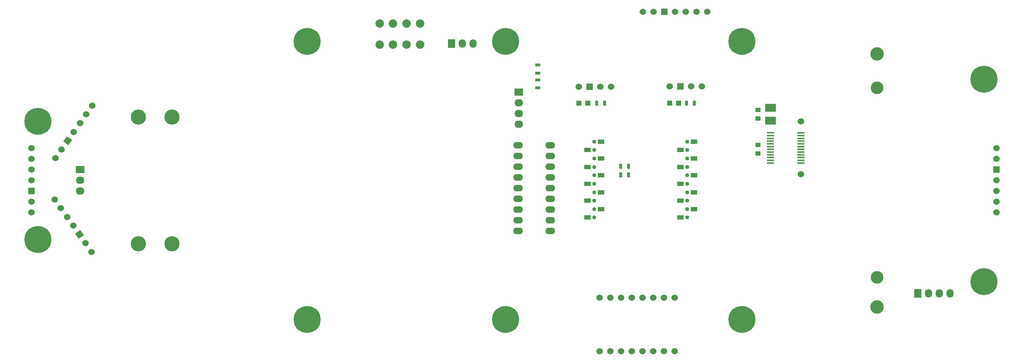
<source format=gts>
G04 #@! TF.FileFunction,Soldermask,Top*
%FSLAX46Y46*%
G04 Gerber Fmt 4.6, Leading zero omitted, Abs format (unit mm)*
G04 Created by KiCad (PCBNEW 4.0.4+dfsg1-stable) date Thu Aug 10 19:21:35 2017*
%MOMM*%
%LPD*%
G01*
G04 APERTURE LIST*
%ADD10C,0.150000*%
%ADD11C,3.200000*%
%ADD12R,1.600000X1.000000*%
%ADD13C,0.950000*%
%ADD14R,1.300000X0.700000*%
%ADD15C,1.524000*%
%ADD16R,1.524000X1.524000*%
%ADD17R,1.750000X0.450000*%
%ADD18R,1.250000X1.000000*%
%ADD19R,2.499360X1.950720*%
%ADD20C,3.000000*%
%ADD21R,1.727200X2.032000*%
%ADD22O,1.727200X2.032000*%
%ADD23R,2.032000X1.727200*%
%ADD24O,2.032000X1.727200*%
%ADD25R,0.700000X1.300000*%
%ADD26C,6.400000*%
%ADD27R,1.198880X1.198880*%
%ADD28C,2.000000*%
%ADD29C,3.600000*%
%ADD30O,2.300000X1.600000*%
G04 APERTURE END LIST*
D10*
D11*
X242200000Y-66500000D03*
D12*
X198863347Y-87308227D03*
X195663347Y-89308227D03*
X198863347Y-91308227D03*
X195663347Y-93308227D03*
X198863347Y-95308227D03*
X195663347Y-97308227D03*
X198863347Y-99308227D03*
X195663347Y-101308227D03*
X198863347Y-103308227D03*
X195663347Y-105308227D03*
D13*
X197263347Y-87308227D03*
X197263347Y-89308227D03*
X197263347Y-91308227D03*
X197263347Y-93308227D03*
X197263347Y-95308227D03*
X197263347Y-97308227D03*
X197263347Y-99308227D03*
X197263347Y-101308227D03*
X197263347Y-103308227D03*
X197263347Y-105308227D03*
D12*
X176863347Y-87308227D03*
X173663347Y-89308227D03*
X176863347Y-91308227D03*
X173663347Y-93308227D03*
X176863347Y-95308227D03*
X173663347Y-97308227D03*
X176863347Y-99308227D03*
X173663347Y-101308227D03*
X176863347Y-103308227D03*
X173663347Y-105308227D03*
D13*
X175263347Y-87308227D03*
X175263347Y-89308227D03*
X175263347Y-91308227D03*
X175263347Y-93308227D03*
X175263347Y-95308227D03*
X175263347Y-97308227D03*
X175263347Y-99308227D03*
X175263347Y-101308227D03*
X175263347Y-103308227D03*
X175263347Y-105308227D03*
D14*
X161900000Y-69150000D03*
X161900000Y-71050000D03*
X161900000Y-72650000D03*
X161900000Y-74550000D03*
D15*
X193108000Y-74200000D03*
D16*
X195648000Y-74200000D03*
D15*
X198188000Y-74200000D03*
X200728000Y-74200000D03*
X171608000Y-74250000D03*
D16*
X174148000Y-74250000D03*
D15*
X176688000Y-74250000D03*
X179228000Y-74250000D03*
D17*
X224200000Y-92375000D03*
X224200000Y-91725000D03*
X224200000Y-91075000D03*
X224200000Y-90425000D03*
X224200000Y-89775000D03*
X224200000Y-89125000D03*
X224200000Y-88475000D03*
X224200000Y-87825000D03*
X224200000Y-87175000D03*
X224200000Y-86525000D03*
X224200000Y-85875000D03*
X224200000Y-85225000D03*
X217000000Y-85225000D03*
X217000000Y-85875000D03*
X217000000Y-86525000D03*
X217000000Y-87175000D03*
X217000000Y-87825000D03*
X217000000Y-88475000D03*
X217000000Y-89125000D03*
X217000000Y-89775000D03*
X217000000Y-90425000D03*
X217000000Y-91075000D03*
X217000000Y-91725000D03*
X217000000Y-92375000D03*
D18*
X214000000Y-90100000D03*
X214000000Y-88100000D03*
X214000000Y-81800000D03*
X214000000Y-79800000D03*
D19*
X217000000Y-82324000D03*
X217000000Y-79276000D03*
D15*
X42000000Y-104080000D03*
X42000000Y-101540000D03*
D16*
X42000000Y-99000000D03*
D15*
X42000000Y-96460000D03*
X42000000Y-93920000D03*
X42000000Y-91380000D03*
X42000000Y-88840000D03*
X56241305Y-113483877D03*
X54784421Y-111403231D03*
D10*
G36*
X53514666Y-108261326D02*
X54388796Y-109509714D01*
X53140408Y-110383844D01*
X52266278Y-109135456D01*
X53514666Y-108261326D01*
X53514666Y-108261326D01*
G37*
D15*
X51870653Y-107241938D03*
X50413768Y-105161292D03*
X48956884Y-103080646D03*
X47500000Y-101000000D03*
X47629348Y-91241939D03*
X49086232Y-89161293D03*
D10*
G36*
X51604375Y-86893518D02*
X50730245Y-88141906D01*
X49481857Y-87267776D01*
X50355987Y-86019388D01*
X51604375Y-86893518D01*
X51604375Y-86893518D01*
G37*
D15*
X52000000Y-85000000D03*
X53456885Y-82919354D03*
X54913769Y-80838708D03*
X56370653Y-78758062D03*
X186740000Y-56500000D03*
X189280000Y-56500000D03*
D16*
X191820000Y-56500000D03*
D15*
X194360000Y-56500000D03*
X196900000Y-56500000D03*
X199440000Y-56500000D03*
X201980000Y-56500000D03*
X270500000Y-88880000D03*
X270500000Y-91420000D03*
D16*
X270500000Y-93960000D03*
D15*
X270500000Y-96500000D03*
X270500000Y-99040000D03*
X270500000Y-101580000D03*
X270500000Y-104120000D03*
X224220000Y-95020000D03*
X224220000Y-82520000D03*
D20*
X242220000Y-119520000D03*
X242220000Y-74520000D03*
D21*
X141478000Y-64008000D03*
D22*
X144018000Y-64008000D03*
X146558000Y-64008000D03*
D23*
X53500000Y-93960000D03*
D24*
X53500000Y-96500000D03*
X53500000Y-99040000D03*
D25*
X183368000Y-95200000D03*
X181468000Y-95200000D03*
X183368000Y-93200000D03*
X181468000Y-93200000D03*
D21*
X251846979Y-123304249D03*
D22*
X254386979Y-123304249D03*
X256926979Y-123304249D03*
X259466979Y-123304249D03*
D26*
X43500000Y-110500000D03*
X43500000Y-82500000D03*
D27*
X171618980Y-78175000D03*
X173717020Y-78175000D03*
X193118000Y-78175000D03*
X195216040Y-78175000D03*
D25*
X177718000Y-78175000D03*
X175818000Y-78175000D03*
X198968000Y-78175000D03*
X197068000Y-78175000D03*
D28*
X124410000Y-59262000D03*
X127610000Y-59262000D03*
X130810000Y-59262000D03*
X134010000Y-59262000D03*
X124410000Y-64262000D03*
X127610000Y-64262000D03*
X130810000Y-64262000D03*
X134010000Y-64262000D03*
D26*
X267500000Y-120500000D03*
X267500000Y-72500000D03*
X107250000Y-129500000D03*
X107250000Y-63500000D03*
X210250000Y-129500000D03*
X210250000Y-63500000D03*
X154250000Y-129500000D03*
X154250000Y-63500000D03*
D29*
X75250000Y-81500000D03*
X67250000Y-81500000D03*
X75250000Y-111500000D03*
X67250000Y-111500000D03*
D23*
X157400000Y-75560000D03*
D24*
X157400000Y-78100000D03*
X157400000Y-80640000D03*
X157400000Y-83180000D03*
D15*
X176480000Y-137000000D03*
X179020000Y-137000000D03*
X181560000Y-137000000D03*
X184100000Y-137000000D03*
X186640000Y-137000000D03*
X189180000Y-137000000D03*
X191720000Y-137000000D03*
X194260000Y-137000000D03*
X176480000Y-124300000D03*
X179020000Y-124300000D03*
X181560000Y-124300000D03*
X184100000Y-124300000D03*
X186640000Y-124300000D03*
X189180000Y-124300000D03*
X191720000Y-124300000D03*
X194260000Y-124300000D03*
D11*
X242200000Y-126500000D03*
D30*
X164800000Y-108500000D03*
X164800000Y-105960000D03*
X164800000Y-103420000D03*
X164800000Y-100880000D03*
X164800000Y-98340000D03*
X164800000Y-95800000D03*
X164800000Y-93260000D03*
X164800000Y-90720000D03*
X164800000Y-88180000D03*
X157180000Y-88180000D03*
X157180000Y-90720000D03*
X157180000Y-93260000D03*
X157180000Y-95800000D03*
X157180000Y-98340000D03*
X157180000Y-100880000D03*
X157180000Y-103420000D03*
X157180000Y-105960000D03*
X157180000Y-108500000D03*
M02*

</source>
